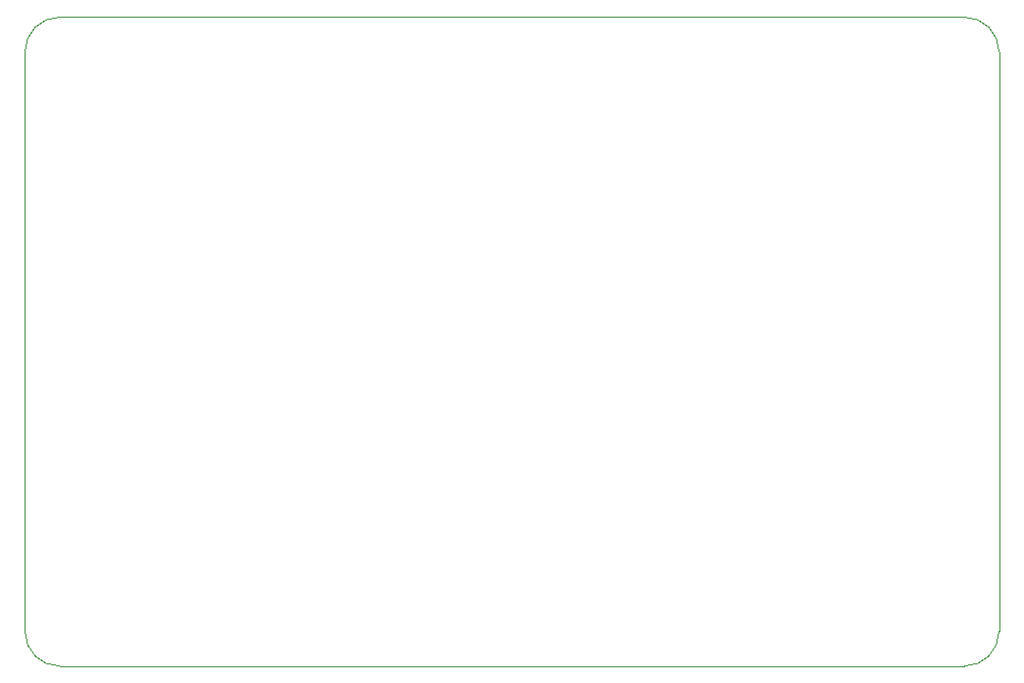
<source format=gm1>
G04 #@! TF.GenerationSoftware,KiCad,Pcbnew,7.0.9*
G04 #@! TF.CreationDate,2024-09-19T22:53:54+02:00*
G04 #@! TF.ProjectId,hpdl_1414_pmod,6870646c-5f31-4343-9134-5f706d6f642e,rev?*
G04 #@! TF.SameCoordinates,Original*
G04 #@! TF.FileFunction,Profile,NP*
%FSLAX46Y46*%
G04 Gerber Fmt 4.6, Leading zero omitted, Abs format (unit mm)*
G04 Created by KiCad (PCBNEW 7.0.9) date 2024-09-19 22:53:54*
%MOMM*%
%LPD*%
G01*
G04 APERTURE LIST*
G04 #@! TA.AperFunction,Profile*
%ADD10C,0.100000*%
G04 #@! TD*
G04 APERTURE END LIST*
D10*
X184000000Y-47000000D02*
G75*
G03*
X181000000Y-44000000I-3000000J0D01*
G01*
X184000000Y-97000000D02*
X184000000Y-47000000D01*
X100000000Y-47000000D02*
X100000000Y-81000000D01*
X100000000Y-97000000D02*
G75*
G03*
X103000000Y-100000000I3000000J0D01*
G01*
X103000000Y-100000000D02*
X181000000Y-100000000D01*
X181000000Y-100000000D02*
G75*
G03*
X184000000Y-97000000I0J3000000D01*
G01*
X103000000Y-44000000D02*
G75*
G03*
X100000000Y-47000000I0J-3000000D01*
G01*
X100000000Y-81000000D02*
X100000000Y-97000000D01*
X181000000Y-44000000D02*
X103000000Y-44000000D01*
M02*

</source>
